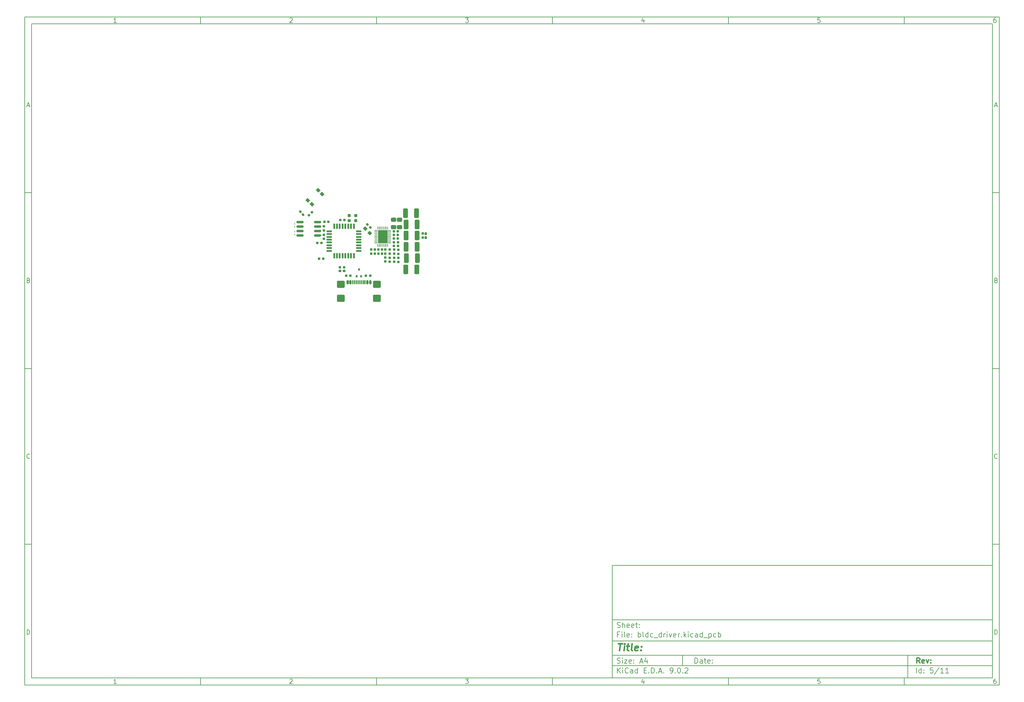
<source format=gbr>
%TF.GenerationSoftware,KiCad,Pcbnew,9.0.2-9.0.2-0~ubuntu22.04.1*%
%TF.CreationDate,2025-07-02T18:49:19+10:00*%
%TF.ProjectId,bldc_driver,626c6463-5f64-4726-9976-65722e6b6963,rev?*%
%TF.SameCoordinates,Original*%
%TF.FileFunction,Paste,Top*%
%TF.FilePolarity,Positive*%
%FSLAX46Y46*%
G04 Gerber Fmt 4.6, Leading zero omitted, Abs format (unit mm)*
G04 Created by KiCad (PCBNEW 9.0.2-9.0.2-0~ubuntu22.04.1) date 2025-07-02 18:49:19*
%MOMM*%
%LPD*%
G01*
G04 APERTURE LIST*
G04 Aperture macros list*
%AMRoundRect*
0 Rectangle with rounded corners*
0 $1 Rounding radius*
0 $2 $3 $4 $5 $6 $7 $8 $9 X,Y pos of 4 corners*
0 Add a 4 corners polygon primitive as box body*
4,1,4,$2,$3,$4,$5,$6,$7,$8,$9,$2,$3,0*
0 Add four circle primitives for the rounded corners*
1,1,$1+$1,$2,$3*
1,1,$1+$1,$4,$5*
1,1,$1+$1,$6,$7*
1,1,$1+$1,$8,$9*
0 Add four rect primitives between the rounded corners*
20,1,$1+$1,$2,$3,$4,$5,0*
20,1,$1+$1,$4,$5,$6,$7,0*
20,1,$1+$1,$6,$7,$8,$9,0*
20,1,$1+$1,$8,$9,$2,$3,0*%
%AMRotRect*
0 Rectangle, with rotation*
0 The origin of the aperture is its center*
0 $1 length*
0 $2 width*
0 $3 Rotation angle, in degrees counterclockwise*
0 Add horizontal line*
21,1,$1,$2,0,0,$3*%
G04 Aperture macros list end*
%ADD10C,0.100000*%
%ADD11C,0.150000*%
%ADD12C,0.300000*%
%ADD13C,0.400000*%
%ADD14C,0.000000*%
%ADD15RotRect,0.900000X1.000000X45.000000*%
%ADD16RoundRect,0.160000X-0.197500X-0.160000X0.197500X-0.160000X0.197500X0.160000X-0.197500X0.160000X0*%
%ADD17RoundRect,0.160000X0.160000X-0.197500X0.160000X0.197500X-0.160000X0.197500X-0.160000X-0.197500X0*%
%ADD18RoundRect,0.250000X0.475000X-0.337500X0.475000X0.337500X-0.475000X0.337500X-0.475000X-0.337500X0*%
%ADD19RoundRect,0.155000X-0.155000X0.212500X-0.155000X-0.212500X0.155000X-0.212500X0.155000X0.212500X0*%
%ADD20RoundRect,0.250000X0.412500X1.100000X-0.412500X1.100000X-0.412500X-1.100000X0.412500X-1.100000X0*%
%ADD21RoundRect,0.155000X-0.212500X-0.155000X0.212500X-0.155000X0.212500X0.155000X-0.212500X0.155000X0*%
%ADD22RoundRect,0.125000X-0.125000X0.625000X-0.125000X-0.625000X0.125000X-0.625000X0.125000X0.625000X0*%
%ADD23RoundRect,0.125000X-0.625000X0.125000X-0.625000X-0.125000X0.625000X-0.125000X0.625000X0.125000X0*%
%ADD24RoundRect,0.150000X-0.150000X-0.425000X0.150000X-0.425000X0.150000X0.425000X-0.150000X0.425000X0*%
%ADD25RoundRect,0.075000X-0.075000X-0.500000X0.075000X-0.500000X0.075000X0.500000X-0.075000X0.500000X0*%
%ADD26RoundRect,0.250000X-0.840000X-0.750000X0.840000X-0.750000X0.840000X0.750000X-0.840000X0.750000X0*%
%ADD27RoundRect,0.160000X-0.160000X0.197500X-0.160000X-0.197500X0.160000X-0.197500X0.160000X0.197500X0*%
%ADD28RoundRect,0.237500X-0.380070X0.044194X0.044194X-0.380070X0.380070X-0.044194X-0.044194X0.380070X0*%
%ADD29RoundRect,0.160000X0.222500X0.160000X-0.222500X0.160000X-0.222500X-0.160000X0.222500X-0.160000X0*%
%ADD30RoundRect,0.160000X0.197500X0.160000X-0.197500X0.160000X-0.197500X-0.160000X0.197500X-0.160000X0*%
%ADD31RoundRect,0.155000X0.212500X0.155000X-0.212500X0.155000X-0.212500X-0.155000X0.212500X-0.155000X0*%
%ADD32RoundRect,0.160000X-0.160000X0.222500X-0.160000X-0.222500X0.160000X-0.222500X0.160000X0.222500X0*%
%ADD33RoundRect,0.160000X0.026517X0.252791X-0.252791X-0.026517X-0.026517X-0.252791X0.252791X0.026517X0*%
%ADD34RoundRect,0.155000X0.259862X-0.040659X-0.040659X0.259862X-0.259862X0.040659X0.040659X-0.259862X0*%
%ADD35RoundRect,0.062500X0.062500X-0.117500X0.062500X0.117500X-0.062500X0.117500X-0.062500X-0.117500X0*%
%ADD36RoundRect,0.155000X0.155000X-0.212500X0.155000X0.212500X-0.155000X0.212500X-0.155000X-0.212500X0*%
%ADD37RoundRect,0.250000X-0.412500X-1.100000X0.412500X-1.100000X0.412500X1.100000X-0.412500X1.100000X0*%
%ADD38RoundRect,0.112500X-0.112500X-0.237500X0.112500X-0.237500X0.112500X0.237500X-0.112500X0.237500X0*%
%ADD39R,0.812800X0.203200*%
%ADD40R,0.203200X0.812800*%
%ADD41R,2.794000X3.810000*%
%ADD42RoundRect,0.250000X-0.475000X0.337500X-0.475000X-0.337500X0.475000X-0.337500X0.475000X0.337500X0*%
%ADD43RoundRect,0.200000X-0.250000X0.200000X-0.250000X-0.200000X0.250000X-0.200000X0.250000X0.200000X0*%
%ADD44RoundRect,0.062500X-0.062500X0.117500X-0.062500X-0.117500X0.062500X-0.117500X0.062500X0.117500X0*%
%ADD45RoundRect,0.150000X0.825000X0.150000X-0.825000X0.150000X-0.825000X-0.150000X0.825000X-0.150000X0*%
G04 APERTURE END LIST*
D10*
D11*
X177002200Y-166007200D02*
X285002200Y-166007200D01*
X285002200Y-198007200D01*
X177002200Y-198007200D01*
X177002200Y-166007200D01*
D10*
D11*
X10000000Y-10000000D02*
X287002200Y-10000000D01*
X287002200Y-200007200D01*
X10000000Y-200007200D01*
X10000000Y-10000000D01*
D10*
D11*
X12000000Y-12000000D02*
X285002200Y-12000000D01*
X285002200Y-198007200D01*
X12000000Y-198007200D01*
X12000000Y-12000000D01*
D10*
D11*
X60000000Y-12000000D02*
X60000000Y-10000000D01*
D10*
D11*
X110000000Y-12000000D02*
X110000000Y-10000000D01*
D10*
D11*
X160000000Y-12000000D02*
X160000000Y-10000000D01*
D10*
D11*
X210000000Y-12000000D02*
X210000000Y-10000000D01*
D10*
D11*
X260000000Y-12000000D02*
X260000000Y-10000000D01*
D10*
D11*
X36089160Y-11593604D02*
X35346303Y-11593604D01*
X35717731Y-11593604D02*
X35717731Y-10293604D01*
X35717731Y-10293604D02*
X35593922Y-10479319D01*
X35593922Y-10479319D02*
X35470112Y-10603128D01*
X35470112Y-10603128D02*
X35346303Y-10665033D01*
D10*
D11*
X85346303Y-10417414D02*
X85408207Y-10355509D01*
X85408207Y-10355509D02*
X85532017Y-10293604D01*
X85532017Y-10293604D02*
X85841541Y-10293604D01*
X85841541Y-10293604D02*
X85965350Y-10355509D01*
X85965350Y-10355509D02*
X86027255Y-10417414D01*
X86027255Y-10417414D02*
X86089160Y-10541223D01*
X86089160Y-10541223D02*
X86089160Y-10665033D01*
X86089160Y-10665033D02*
X86027255Y-10850747D01*
X86027255Y-10850747D02*
X85284398Y-11593604D01*
X85284398Y-11593604D02*
X86089160Y-11593604D01*
D10*
D11*
X135284398Y-10293604D02*
X136089160Y-10293604D01*
X136089160Y-10293604D02*
X135655826Y-10788842D01*
X135655826Y-10788842D02*
X135841541Y-10788842D01*
X135841541Y-10788842D02*
X135965350Y-10850747D01*
X135965350Y-10850747D02*
X136027255Y-10912652D01*
X136027255Y-10912652D02*
X136089160Y-11036461D01*
X136089160Y-11036461D02*
X136089160Y-11345985D01*
X136089160Y-11345985D02*
X136027255Y-11469795D01*
X136027255Y-11469795D02*
X135965350Y-11531700D01*
X135965350Y-11531700D02*
X135841541Y-11593604D01*
X135841541Y-11593604D02*
X135470112Y-11593604D01*
X135470112Y-11593604D02*
X135346303Y-11531700D01*
X135346303Y-11531700D02*
X135284398Y-11469795D01*
D10*
D11*
X185965350Y-10726938D02*
X185965350Y-11593604D01*
X185655826Y-10231700D02*
X185346303Y-11160271D01*
X185346303Y-11160271D02*
X186151064Y-11160271D01*
D10*
D11*
X236027255Y-10293604D02*
X235408207Y-10293604D01*
X235408207Y-10293604D02*
X235346303Y-10912652D01*
X235346303Y-10912652D02*
X235408207Y-10850747D01*
X235408207Y-10850747D02*
X235532017Y-10788842D01*
X235532017Y-10788842D02*
X235841541Y-10788842D01*
X235841541Y-10788842D02*
X235965350Y-10850747D01*
X235965350Y-10850747D02*
X236027255Y-10912652D01*
X236027255Y-10912652D02*
X236089160Y-11036461D01*
X236089160Y-11036461D02*
X236089160Y-11345985D01*
X236089160Y-11345985D02*
X236027255Y-11469795D01*
X236027255Y-11469795D02*
X235965350Y-11531700D01*
X235965350Y-11531700D02*
X235841541Y-11593604D01*
X235841541Y-11593604D02*
X235532017Y-11593604D01*
X235532017Y-11593604D02*
X235408207Y-11531700D01*
X235408207Y-11531700D02*
X235346303Y-11469795D01*
D10*
D11*
X285965350Y-10293604D02*
X285717731Y-10293604D01*
X285717731Y-10293604D02*
X285593922Y-10355509D01*
X285593922Y-10355509D02*
X285532017Y-10417414D01*
X285532017Y-10417414D02*
X285408207Y-10603128D01*
X285408207Y-10603128D02*
X285346303Y-10850747D01*
X285346303Y-10850747D02*
X285346303Y-11345985D01*
X285346303Y-11345985D02*
X285408207Y-11469795D01*
X285408207Y-11469795D02*
X285470112Y-11531700D01*
X285470112Y-11531700D02*
X285593922Y-11593604D01*
X285593922Y-11593604D02*
X285841541Y-11593604D01*
X285841541Y-11593604D02*
X285965350Y-11531700D01*
X285965350Y-11531700D02*
X286027255Y-11469795D01*
X286027255Y-11469795D02*
X286089160Y-11345985D01*
X286089160Y-11345985D02*
X286089160Y-11036461D01*
X286089160Y-11036461D02*
X286027255Y-10912652D01*
X286027255Y-10912652D02*
X285965350Y-10850747D01*
X285965350Y-10850747D02*
X285841541Y-10788842D01*
X285841541Y-10788842D02*
X285593922Y-10788842D01*
X285593922Y-10788842D02*
X285470112Y-10850747D01*
X285470112Y-10850747D02*
X285408207Y-10912652D01*
X285408207Y-10912652D02*
X285346303Y-11036461D01*
D10*
D11*
X60000000Y-198007200D02*
X60000000Y-200007200D01*
D10*
D11*
X110000000Y-198007200D02*
X110000000Y-200007200D01*
D10*
D11*
X160000000Y-198007200D02*
X160000000Y-200007200D01*
D10*
D11*
X210000000Y-198007200D02*
X210000000Y-200007200D01*
D10*
D11*
X260000000Y-198007200D02*
X260000000Y-200007200D01*
D10*
D11*
X36089160Y-199600804D02*
X35346303Y-199600804D01*
X35717731Y-199600804D02*
X35717731Y-198300804D01*
X35717731Y-198300804D02*
X35593922Y-198486519D01*
X35593922Y-198486519D02*
X35470112Y-198610328D01*
X35470112Y-198610328D02*
X35346303Y-198672233D01*
D10*
D11*
X85346303Y-198424614D02*
X85408207Y-198362709D01*
X85408207Y-198362709D02*
X85532017Y-198300804D01*
X85532017Y-198300804D02*
X85841541Y-198300804D01*
X85841541Y-198300804D02*
X85965350Y-198362709D01*
X85965350Y-198362709D02*
X86027255Y-198424614D01*
X86027255Y-198424614D02*
X86089160Y-198548423D01*
X86089160Y-198548423D02*
X86089160Y-198672233D01*
X86089160Y-198672233D02*
X86027255Y-198857947D01*
X86027255Y-198857947D02*
X85284398Y-199600804D01*
X85284398Y-199600804D02*
X86089160Y-199600804D01*
D10*
D11*
X135284398Y-198300804D02*
X136089160Y-198300804D01*
X136089160Y-198300804D02*
X135655826Y-198796042D01*
X135655826Y-198796042D02*
X135841541Y-198796042D01*
X135841541Y-198796042D02*
X135965350Y-198857947D01*
X135965350Y-198857947D02*
X136027255Y-198919852D01*
X136027255Y-198919852D02*
X136089160Y-199043661D01*
X136089160Y-199043661D02*
X136089160Y-199353185D01*
X136089160Y-199353185D02*
X136027255Y-199476995D01*
X136027255Y-199476995D02*
X135965350Y-199538900D01*
X135965350Y-199538900D02*
X135841541Y-199600804D01*
X135841541Y-199600804D02*
X135470112Y-199600804D01*
X135470112Y-199600804D02*
X135346303Y-199538900D01*
X135346303Y-199538900D02*
X135284398Y-199476995D01*
D10*
D11*
X185965350Y-198734138D02*
X185965350Y-199600804D01*
X185655826Y-198238900D02*
X185346303Y-199167471D01*
X185346303Y-199167471D02*
X186151064Y-199167471D01*
D10*
D11*
X236027255Y-198300804D02*
X235408207Y-198300804D01*
X235408207Y-198300804D02*
X235346303Y-198919852D01*
X235346303Y-198919852D02*
X235408207Y-198857947D01*
X235408207Y-198857947D02*
X235532017Y-198796042D01*
X235532017Y-198796042D02*
X235841541Y-198796042D01*
X235841541Y-198796042D02*
X235965350Y-198857947D01*
X235965350Y-198857947D02*
X236027255Y-198919852D01*
X236027255Y-198919852D02*
X236089160Y-199043661D01*
X236089160Y-199043661D02*
X236089160Y-199353185D01*
X236089160Y-199353185D02*
X236027255Y-199476995D01*
X236027255Y-199476995D02*
X235965350Y-199538900D01*
X235965350Y-199538900D02*
X235841541Y-199600804D01*
X235841541Y-199600804D02*
X235532017Y-199600804D01*
X235532017Y-199600804D02*
X235408207Y-199538900D01*
X235408207Y-199538900D02*
X235346303Y-199476995D01*
D10*
D11*
X285965350Y-198300804D02*
X285717731Y-198300804D01*
X285717731Y-198300804D02*
X285593922Y-198362709D01*
X285593922Y-198362709D02*
X285532017Y-198424614D01*
X285532017Y-198424614D02*
X285408207Y-198610328D01*
X285408207Y-198610328D02*
X285346303Y-198857947D01*
X285346303Y-198857947D02*
X285346303Y-199353185D01*
X285346303Y-199353185D02*
X285408207Y-199476995D01*
X285408207Y-199476995D02*
X285470112Y-199538900D01*
X285470112Y-199538900D02*
X285593922Y-199600804D01*
X285593922Y-199600804D02*
X285841541Y-199600804D01*
X285841541Y-199600804D02*
X285965350Y-199538900D01*
X285965350Y-199538900D02*
X286027255Y-199476995D01*
X286027255Y-199476995D02*
X286089160Y-199353185D01*
X286089160Y-199353185D02*
X286089160Y-199043661D01*
X286089160Y-199043661D02*
X286027255Y-198919852D01*
X286027255Y-198919852D02*
X285965350Y-198857947D01*
X285965350Y-198857947D02*
X285841541Y-198796042D01*
X285841541Y-198796042D02*
X285593922Y-198796042D01*
X285593922Y-198796042D02*
X285470112Y-198857947D01*
X285470112Y-198857947D02*
X285408207Y-198919852D01*
X285408207Y-198919852D02*
X285346303Y-199043661D01*
D10*
D11*
X10000000Y-60000000D02*
X12000000Y-60000000D01*
D10*
D11*
X10000000Y-110000000D02*
X12000000Y-110000000D01*
D10*
D11*
X10000000Y-160000000D02*
X12000000Y-160000000D01*
D10*
D11*
X10690476Y-35222176D02*
X11309523Y-35222176D01*
X10566666Y-35593604D02*
X10999999Y-34293604D01*
X10999999Y-34293604D02*
X11433333Y-35593604D01*
D10*
D11*
X11092857Y-84912652D02*
X11278571Y-84974557D01*
X11278571Y-84974557D02*
X11340476Y-85036461D01*
X11340476Y-85036461D02*
X11402380Y-85160271D01*
X11402380Y-85160271D02*
X11402380Y-85345985D01*
X11402380Y-85345985D02*
X11340476Y-85469795D01*
X11340476Y-85469795D02*
X11278571Y-85531700D01*
X11278571Y-85531700D02*
X11154761Y-85593604D01*
X11154761Y-85593604D02*
X10659523Y-85593604D01*
X10659523Y-85593604D02*
X10659523Y-84293604D01*
X10659523Y-84293604D02*
X11092857Y-84293604D01*
X11092857Y-84293604D02*
X11216666Y-84355509D01*
X11216666Y-84355509D02*
X11278571Y-84417414D01*
X11278571Y-84417414D02*
X11340476Y-84541223D01*
X11340476Y-84541223D02*
X11340476Y-84665033D01*
X11340476Y-84665033D02*
X11278571Y-84788842D01*
X11278571Y-84788842D02*
X11216666Y-84850747D01*
X11216666Y-84850747D02*
X11092857Y-84912652D01*
X11092857Y-84912652D02*
X10659523Y-84912652D01*
D10*
D11*
X11402380Y-135469795D02*
X11340476Y-135531700D01*
X11340476Y-135531700D02*
X11154761Y-135593604D01*
X11154761Y-135593604D02*
X11030952Y-135593604D01*
X11030952Y-135593604D02*
X10845238Y-135531700D01*
X10845238Y-135531700D02*
X10721428Y-135407890D01*
X10721428Y-135407890D02*
X10659523Y-135284080D01*
X10659523Y-135284080D02*
X10597619Y-135036461D01*
X10597619Y-135036461D02*
X10597619Y-134850747D01*
X10597619Y-134850747D02*
X10659523Y-134603128D01*
X10659523Y-134603128D02*
X10721428Y-134479319D01*
X10721428Y-134479319D02*
X10845238Y-134355509D01*
X10845238Y-134355509D02*
X11030952Y-134293604D01*
X11030952Y-134293604D02*
X11154761Y-134293604D01*
X11154761Y-134293604D02*
X11340476Y-134355509D01*
X11340476Y-134355509D02*
X11402380Y-134417414D01*
D10*
D11*
X10659523Y-185593604D02*
X10659523Y-184293604D01*
X10659523Y-184293604D02*
X10969047Y-184293604D01*
X10969047Y-184293604D02*
X11154761Y-184355509D01*
X11154761Y-184355509D02*
X11278571Y-184479319D01*
X11278571Y-184479319D02*
X11340476Y-184603128D01*
X11340476Y-184603128D02*
X11402380Y-184850747D01*
X11402380Y-184850747D02*
X11402380Y-185036461D01*
X11402380Y-185036461D02*
X11340476Y-185284080D01*
X11340476Y-185284080D02*
X11278571Y-185407890D01*
X11278571Y-185407890D02*
X11154761Y-185531700D01*
X11154761Y-185531700D02*
X10969047Y-185593604D01*
X10969047Y-185593604D02*
X10659523Y-185593604D01*
D10*
D11*
X287002200Y-60000000D02*
X285002200Y-60000000D01*
D10*
D11*
X287002200Y-110000000D02*
X285002200Y-110000000D01*
D10*
D11*
X287002200Y-160000000D02*
X285002200Y-160000000D01*
D10*
D11*
X285692676Y-35222176D02*
X286311723Y-35222176D01*
X285568866Y-35593604D02*
X286002199Y-34293604D01*
X286002199Y-34293604D02*
X286435533Y-35593604D01*
D10*
D11*
X286095057Y-84912652D02*
X286280771Y-84974557D01*
X286280771Y-84974557D02*
X286342676Y-85036461D01*
X286342676Y-85036461D02*
X286404580Y-85160271D01*
X286404580Y-85160271D02*
X286404580Y-85345985D01*
X286404580Y-85345985D02*
X286342676Y-85469795D01*
X286342676Y-85469795D02*
X286280771Y-85531700D01*
X286280771Y-85531700D02*
X286156961Y-85593604D01*
X286156961Y-85593604D02*
X285661723Y-85593604D01*
X285661723Y-85593604D02*
X285661723Y-84293604D01*
X285661723Y-84293604D02*
X286095057Y-84293604D01*
X286095057Y-84293604D02*
X286218866Y-84355509D01*
X286218866Y-84355509D02*
X286280771Y-84417414D01*
X286280771Y-84417414D02*
X286342676Y-84541223D01*
X286342676Y-84541223D02*
X286342676Y-84665033D01*
X286342676Y-84665033D02*
X286280771Y-84788842D01*
X286280771Y-84788842D02*
X286218866Y-84850747D01*
X286218866Y-84850747D02*
X286095057Y-84912652D01*
X286095057Y-84912652D02*
X285661723Y-84912652D01*
D10*
D11*
X286404580Y-135469795D02*
X286342676Y-135531700D01*
X286342676Y-135531700D02*
X286156961Y-135593604D01*
X286156961Y-135593604D02*
X286033152Y-135593604D01*
X286033152Y-135593604D02*
X285847438Y-135531700D01*
X285847438Y-135531700D02*
X285723628Y-135407890D01*
X285723628Y-135407890D02*
X285661723Y-135284080D01*
X285661723Y-135284080D02*
X285599819Y-135036461D01*
X285599819Y-135036461D02*
X285599819Y-134850747D01*
X285599819Y-134850747D02*
X285661723Y-134603128D01*
X285661723Y-134603128D02*
X285723628Y-134479319D01*
X285723628Y-134479319D02*
X285847438Y-134355509D01*
X285847438Y-134355509D02*
X286033152Y-134293604D01*
X286033152Y-134293604D02*
X286156961Y-134293604D01*
X286156961Y-134293604D02*
X286342676Y-134355509D01*
X286342676Y-134355509D02*
X286404580Y-134417414D01*
D10*
D11*
X285661723Y-185593604D02*
X285661723Y-184293604D01*
X285661723Y-184293604D02*
X285971247Y-184293604D01*
X285971247Y-184293604D02*
X286156961Y-184355509D01*
X286156961Y-184355509D02*
X286280771Y-184479319D01*
X286280771Y-184479319D02*
X286342676Y-184603128D01*
X286342676Y-184603128D02*
X286404580Y-184850747D01*
X286404580Y-184850747D02*
X286404580Y-185036461D01*
X286404580Y-185036461D02*
X286342676Y-185284080D01*
X286342676Y-185284080D02*
X286280771Y-185407890D01*
X286280771Y-185407890D02*
X286156961Y-185531700D01*
X286156961Y-185531700D02*
X285971247Y-185593604D01*
X285971247Y-185593604D02*
X285661723Y-185593604D01*
D10*
D11*
X200458026Y-193793328D02*
X200458026Y-192293328D01*
X200458026Y-192293328D02*
X200815169Y-192293328D01*
X200815169Y-192293328D02*
X201029455Y-192364757D01*
X201029455Y-192364757D02*
X201172312Y-192507614D01*
X201172312Y-192507614D02*
X201243741Y-192650471D01*
X201243741Y-192650471D02*
X201315169Y-192936185D01*
X201315169Y-192936185D02*
X201315169Y-193150471D01*
X201315169Y-193150471D02*
X201243741Y-193436185D01*
X201243741Y-193436185D02*
X201172312Y-193579042D01*
X201172312Y-193579042D02*
X201029455Y-193721900D01*
X201029455Y-193721900D02*
X200815169Y-193793328D01*
X200815169Y-193793328D02*
X200458026Y-193793328D01*
X202600884Y-193793328D02*
X202600884Y-193007614D01*
X202600884Y-193007614D02*
X202529455Y-192864757D01*
X202529455Y-192864757D02*
X202386598Y-192793328D01*
X202386598Y-192793328D02*
X202100884Y-192793328D01*
X202100884Y-192793328D02*
X201958026Y-192864757D01*
X202600884Y-193721900D02*
X202458026Y-193793328D01*
X202458026Y-193793328D02*
X202100884Y-193793328D01*
X202100884Y-193793328D02*
X201958026Y-193721900D01*
X201958026Y-193721900D02*
X201886598Y-193579042D01*
X201886598Y-193579042D02*
X201886598Y-193436185D01*
X201886598Y-193436185D02*
X201958026Y-193293328D01*
X201958026Y-193293328D02*
X202100884Y-193221900D01*
X202100884Y-193221900D02*
X202458026Y-193221900D01*
X202458026Y-193221900D02*
X202600884Y-193150471D01*
X203100884Y-192793328D02*
X203672312Y-192793328D01*
X203315169Y-192293328D02*
X203315169Y-193579042D01*
X203315169Y-193579042D02*
X203386598Y-193721900D01*
X203386598Y-193721900D02*
X203529455Y-193793328D01*
X203529455Y-193793328D02*
X203672312Y-193793328D01*
X204743741Y-193721900D02*
X204600884Y-193793328D01*
X204600884Y-193793328D02*
X204315170Y-193793328D01*
X204315170Y-193793328D02*
X204172312Y-193721900D01*
X204172312Y-193721900D02*
X204100884Y-193579042D01*
X204100884Y-193579042D02*
X204100884Y-193007614D01*
X204100884Y-193007614D02*
X204172312Y-192864757D01*
X204172312Y-192864757D02*
X204315170Y-192793328D01*
X204315170Y-192793328D02*
X204600884Y-192793328D01*
X204600884Y-192793328D02*
X204743741Y-192864757D01*
X204743741Y-192864757D02*
X204815170Y-193007614D01*
X204815170Y-193007614D02*
X204815170Y-193150471D01*
X204815170Y-193150471D02*
X204100884Y-193293328D01*
X205458026Y-193650471D02*
X205529455Y-193721900D01*
X205529455Y-193721900D02*
X205458026Y-193793328D01*
X205458026Y-193793328D02*
X205386598Y-193721900D01*
X205386598Y-193721900D02*
X205458026Y-193650471D01*
X205458026Y-193650471D02*
X205458026Y-193793328D01*
X205458026Y-192864757D02*
X205529455Y-192936185D01*
X205529455Y-192936185D02*
X205458026Y-193007614D01*
X205458026Y-193007614D02*
X205386598Y-192936185D01*
X205386598Y-192936185D02*
X205458026Y-192864757D01*
X205458026Y-192864757D02*
X205458026Y-193007614D01*
D10*
D11*
X177002200Y-194507200D02*
X285002200Y-194507200D01*
D10*
D11*
X178458026Y-196593328D02*
X178458026Y-195093328D01*
X179315169Y-196593328D02*
X178672312Y-195736185D01*
X179315169Y-195093328D02*
X178458026Y-195950471D01*
X179958026Y-196593328D02*
X179958026Y-195593328D01*
X179958026Y-195093328D02*
X179886598Y-195164757D01*
X179886598Y-195164757D02*
X179958026Y-195236185D01*
X179958026Y-195236185D02*
X180029455Y-195164757D01*
X180029455Y-195164757D02*
X179958026Y-195093328D01*
X179958026Y-195093328D02*
X179958026Y-195236185D01*
X181529455Y-196450471D02*
X181458027Y-196521900D01*
X181458027Y-196521900D02*
X181243741Y-196593328D01*
X181243741Y-196593328D02*
X181100884Y-196593328D01*
X181100884Y-196593328D02*
X180886598Y-196521900D01*
X180886598Y-196521900D02*
X180743741Y-196379042D01*
X180743741Y-196379042D02*
X180672312Y-196236185D01*
X180672312Y-196236185D02*
X180600884Y-195950471D01*
X180600884Y-195950471D02*
X180600884Y-195736185D01*
X180600884Y-195736185D02*
X180672312Y-195450471D01*
X180672312Y-195450471D02*
X180743741Y-195307614D01*
X180743741Y-195307614D02*
X180886598Y-195164757D01*
X180886598Y-195164757D02*
X181100884Y-195093328D01*
X181100884Y-195093328D02*
X181243741Y-195093328D01*
X181243741Y-195093328D02*
X181458027Y-195164757D01*
X181458027Y-195164757D02*
X181529455Y-195236185D01*
X182815170Y-196593328D02*
X182815170Y-195807614D01*
X182815170Y-195807614D02*
X182743741Y-195664757D01*
X182743741Y-195664757D02*
X182600884Y-195593328D01*
X182600884Y-195593328D02*
X182315170Y-195593328D01*
X182315170Y-195593328D02*
X182172312Y-195664757D01*
X182815170Y-196521900D02*
X182672312Y-196593328D01*
X182672312Y-196593328D02*
X182315170Y-196593328D01*
X182315170Y-196593328D02*
X182172312Y-196521900D01*
X182172312Y-196521900D02*
X182100884Y-196379042D01*
X182100884Y-196379042D02*
X182100884Y-196236185D01*
X182100884Y-196236185D02*
X182172312Y-196093328D01*
X182172312Y-196093328D02*
X182315170Y-196021900D01*
X182315170Y-196021900D02*
X182672312Y-196021900D01*
X182672312Y-196021900D02*
X182815170Y-195950471D01*
X184172313Y-196593328D02*
X184172313Y-195093328D01*
X184172313Y-196521900D02*
X184029455Y-196593328D01*
X184029455Y-196593328D02*
X183743741Y-196593328D01*
X183743741Y-196593328D02*
X183600884Y-196521900D01*
X183600884Y-196521900D02*
X183529455Y-196450471D01*
X183529455Y-196450471D02*
X183458027Y-196307614D01*
X183458027Y-196307614D02*
X183458027Y-195879042D01*
X183458027Y-195879042D02*
X183529455Y-195736185D01*
X183529455Y-195736185D02*
X183600884Y-195664757D01*
X183600884Y-195664757D02*
X183743741Y-195593328D01*
X183743741Y-195593328D02*
X184029455Y-195593328D01*
X184029455Y-195593328D02*
X184172313Y-195664757D01*
X186029455Y-195807614D02*
X186529455Y-195807614D01*
X186743741Y-196593328D02*
X186029455Y-196593328D01*
X186029455Y-196593328D02*
X186029455Y-195093328D01*
X186029455Y-195093328D02*
X186743741Y-195093328D01*
X187386598Y-196450471D02*
X187458027Y-196521900D01*
X187458027Y-196521900D02*
X187386598Y-196593328D01*
X187386598Y-196593328D02*
X187315170Y-196521900D01*
X187315170Y-196521900D02*
X187386598Y-196450471D01*
X187386598Y-196450471D02*
X187386598Y-196593328D01*
X188100884Y-196593328D02*
X188100884Y-195093328D01*
X188100884Y-195093328D02*
X188458027Y-195093328D01*
X188458027Y-195093328D02*
X188672313Y-195164757D01*
X188672313Y-195164757D02*
X188815170Y-195307614D01*
X188815170Y-195307614D02*
X188886599Y-195450471D01*
X188886599Y-195450471D02*
X188958027Y-195736185D01*
X188958027Y-195736185D02*
X188958027Y-195950471D01*
X188958027Y-195950471D02*
X188886599Y-196236185D01*
X188886599Y-196236185D02*
X188815170Y-196379042D01*
X188815170Y-196379042D02*
X188672313Y-196521900D01*
X188672313Y-196521900D02*
X188458027Y-196593328D01*
X188458027Y-196593328D02*
X188100884Y-196593328D01*
X189600884Y-196450471D02*
X189672313Y-196521900D01*
X189672313Y-196521900D02*
X189600884Y-196593328D01*
X189600884Y-196593328D02*
X189529456Y-196521900D01*
X189529456Y-196521900D02*
X189600884Y-196450471D01*
X189600884Y-196450471D02*
X189600884Y-196593328D01*
X190243742Y-196164757D02*
X190958028Y-196164757D01*
X190100885Y-196593328D02*
X190600885Y-195093328D01*
X190600885Y-195093328D02*
X191100885Y-196593328D01*
X191600884Y-196450471D02*
X191672313Y-196521900D01*
X191672313Y-196521900D02*
X191600884Y-196593328D01*
X191600884Y-196593328D02*
X191529456Y-196521900D01*
X191529456Y-196521900D02*
X191600884Y-196450471D01*
X191600884Y-196450471D02*
X191600884Y-196593328D01*
X193529456Y-196593328D02*
X193815170Y-196593328D01*
X193815170Y-196593328D02*
X193958027Y-196521900D01*
X193958027Y-196521900D02*
X194029456Y-196450471D01*
X194029456Y-196450471D02*
X194172313Y-196236185D01*
X194172313Y-196236185D02*
X194243742Y-195950471D01*
X194243742Y-195950471D02*
X194243742Y-195379042D01*
X194243742Y-195379042D02*
X194172313Y-195236185D01*
X194172313Y-195236185D02*
X194100885Y-195164757D01*
X194100885Y-195164757D02*
X193958027Y-195093328D01*
X193958027Y-195093328D02*
X193672313Y-195093328D01*
X193672313Y-195093328D02*
X193529456Y-195164757D01*
X193529456Y-195164757D02*
X193458027Y-195236185D01*
X193458027Y-195236185D02*
X193386599Y-195379042D01*
X193386599Y-195379042D02*
X193386599Y-195736185D01*
X193386599Y-195736185D02*
X193458027Y-195879042D01*
X193458027Y-195879042D02*
X193529456Y-195950471D01*
X193529456Y-195950471D02*
X193672313Y-196021900D01*
X193672313Y-196021900D02*
X193958027Y-196021900D01*
X193958027Y-196021900D02*
X194100885Y-195950471D01*
X194100885Y-195950471D02*
X194172313Y-195879042D01*
X194172313Y-195879042D02*
X194243742Y-195736185D01*
X194886598Y-196450471D02*
X194958027Y-196521900D01*
X194958027Y-196521900D02*
X194886598Y-196593328D01*
X194886598Y-196593328D02*
X194815170Y-196521900D01*
X194815170Y-196521900D02*
X194886598Y-196450471D01*
X194886598Y-196450471D02*
X194886598Y-196593328D01*
X195886599Y-195093328D02*
X196029456Y-195093328D01*
X196029456Y-195093328D02*
X196172313Y-195164757D01*
X196172313Y-195164757D02*
X196243742Y-195236185D01*
X196243742Y-195236185D02*
X196315170Y-195379042D01*
X196315170Y-195379042D02*
X196386599Y-195664757D01*
X196386599Y-195664757D02*
X196386599Y-196021900D01*
X196386599Y-196021900D02*
X196315170Y-196307614D01*
X196315170Y-196307614D02*
X196243742Y-196450471D01*
X196243742Y-196450471D02*
X196172313Y-196521900D01*
X196172313Y-196521900D02*
X196029456Y-196593328D01*
X196029456Y-196593328D02*
X195886599Y-196593328D01*
X195886599Y-196593328D02*
X195743742Y-196521900D01*
X195743742Y-196521900D02*
X195672313Y-196450471D01*
X195672313Y-196450471D02*
X195600884Y-196307614D01*
X195600884Y-196307614D02*
X195529456Y-196021900D01*
X195529456Y-196021900D02*
X195529456Y-195664757D01*
X195529456Y-195664757D02*
X195600884Y-195379042D01*
X195600884Y-195379042D02*
X195672313Y-195236185D01*
X195672313Y-195236185D02*
X195743742Y-195164757D01*
X195743742Y-195164757D02*
X195886599Y-195093328D01*
X197029455Y-196450471D02*
X197100884Y-196521900D01*
X197100884Y-196521900D02*
X197029455Y-196593328D01*
X197029455Y-196593328D02*
X196958027Y-196521900D01*
X196958027Y-196521900D02*
X197029455Y-196450471D01*
X197029455Y-196450471D02*
X197029455Y-196593328D01*
X197672313Y-195236185D02*
X197743741Y-195164757D01*
X197743741Y-195164757D02*
X197886599Y-195093328D01*
X197886599Y-195093328D02*
X198243741Y-195093328D01*
X198243741Y-195093328D02*
X198386599Y-195164757D01*
X198386599Y-195164757D02*
X198458027Y-195236185D01*
X198458027Y-195236185D02*
X198529456Y-195379042D01*
X198529456Y-195379042D02*
X198529456Y-195521900D01*
X198529456Y-195521900D02*
X198458027Y-195736185D01*
X198458027Y-195736185D02*
X197600884Y-196593328D01*
X197600884Y-196593328D02*
X198529456Y-196593328D01*
D10*
D11*
X177002200Y-191507200D02*
X285002200Y-191507200D01*
D10*
D12*
X264413853Y-193785528D02*
X263913853Y-193071242D01*
X263556710Y-193785528D02*
X263556710Y-192285528D01*
X263556710Y-192285528D02*
X264128139Y-192285528D01*
X264128139Y-192285528D02*
X264270996Y-192356957D01*
X264270996Y-192356957D02*
X264342425Y-192428385D01*
X264342425Y-192428385D02*
X264413853Y-192571242D01*
X264413853Y-192571242D02*
X264413853Y-192785528D01*
X264413853Y-192785528D02*
X264342425Y-192928385D01*
X264342425Y-192928385D02*
X264270996Y-192999814D01*
X264270996Y-192999814D02*
X264128139Y-193071242D01*
X264128139Y-193071242D02*
X263556710Y-193071242D01*
X265628139Y-193714100D02*
X265485282Y-193785528D01*
X265485282Y-193785528D02*
X265199568Y-193785528D01*
X265199568Y-193785528D02*
X265056710Y-193714100D01*
X265056710Y-193714100D02*
X264985282Y-193571242D01*
X264985282Y-193571242D02*
X264985282Y-192999814D01*
X264985282Y-192999814D02*
X265056710Y-192856957D01*
X265056710Y-192856957D02*
X265199568Y-192785528D01*
X265199568Y-192785528D02*
X265485282Y-192785528D01*
X265485282Y-192785528D02*
X265628139Y-192856957D01*
X265628139Y-192856957D02*
X265699568Y-192999814D01*
X265699568Y-192999814D02*
X265699568Y-193142671D01*
X265699568Y-193142671D02*
X264985282Y-193285528D01*
X266199567Y-192785528D02*
X266556710Y-193785528D01*
X266556710Y-193785528D02*
X266913853Y-192785528D01*
X267485281Y-193642671D02*
X267556710Y-193714100D01*
X267556710Y-193714100D02*
X267485281Y-193785528D01*
X267485281Y-193785528D02*
X267413853Y-193714100D01*
X267413853Y-193714100D02*
X267485281Y-193642671D01*
X267485281Y-193642671D02*
X267485281Y-193785528D01*
X267485281Y-192856957D02*
X267556710Y-192928385D01*
X267556710Y-192928385D02*
X267485281Y-192999814D01*
X267485281Y-192999814D02*
X267413853Y-192928385D01*
X267413853Y-192928385D02*
X267485281Y-192856957D01*
X267485281Y-192856957D02*
X267485281Y-192999814D01*
D10*
D11*
X178386598Y-193721900D02*
X178600884Y-193793328D01*
X178600884Y-193793328D02*
X178958026Y-193793328D01*
X178958026Y-193793328D02*
X179100884Y-193721900D01*
X179100884Y-193721900D02*
X179172312Y-193650471D01*
X179172312Y-193650471D02*
X179243741Y-193507614D01*
X179243741Y-193507614D02*
X179243741Y-193364757D01*
X179243741Y-193364757D02*
X179172312Y-193221900D01*
X179172312Y-193221900D02*
X179100884Y-193150471D01*
X179100884Y-193150471D02*
X178958026Y-193079042D01*
X178958026Y-193079042D02*
X178672312Y-193007614D01*
X178672312Y-193007614D02*
X178529455Y-192936185D01*
X178529455Y-192936185D02*
X178458026Y-192864757D01*
X178458026Y-192864757D02*
X178386598Y-192721900D01*
X178386598Y-192721900D02*
X178386598Y-192579042D01*
X178386598Y-192579042D02*
X178458026Y-192436185D01*
X178458026Y-192436185D02*
X178529455Y-192364757D01*
X178529455Y-192364757D02*
X178672312Y-192293328D01*
X178672312Y-192293328D02*
X179029455Y-192293328D01*
X179029455Y-192293328D02*
X179243741Y-192364757D01*
X179886597Y-193793328D02*
X179886597Y-192793328D01*
X179886597Y-192293328D02*
X179815169Y-192364757D01*
X179815169Y-192364757D02*
X179886597Y-192436185D01*
X179886597Y-192436185D02*
X179958026Y-192364757D01*
X179958026Y-192364757D02*
X179886597Y-192293328D01*
X179886597Y-192293328D02*
X179886597Y-192436185D01*
X180458026Y-192793328D02*
X181243741Y-192793328D01*
X181243741Y-192793328D02*
X180458026Y-193793328D01*
X180458026Y-193793328D02*
X181243741Y-193793328D01*
X182386598Y-193721900D02*
X182243741Y-193793328D01*
X182243741Y-193793328D02*
X181958027Y-193793328D01*
X181958027Y-193793328D02*
X181815169Y-193721900D01*
X181815169Y-193721900D02*
X181743741Y-193579042D01*
X181743741Y-193579042D02*
X181743741Y-193007614D01*
X181743741Y-193007614D02*
X181815169Y-192864757D01*
X181815169Y-192864757D02*
X181958027Y-192793328D01*
X181958027Y-192793328D02*
X182243741Y-192793328D01*
X182243741Y-192793328D02*
X182386598Y-192864757D01*
X182386598Y-192864757D02*
X182458027Y-193007614D01*
X182458027Y-193007614D02*
X182458027Y-193150471D01*
X182458027Y-193150471D02*
X181743741Y-193293328D01*
X183100883Y-193650471D02*
X183172312Y-193721900D01*
X183172312Y-193721900D02*
X183100883Y-193793328D01*
X183100883Y-193793328D02*
X183029455Y-193721900D01*
X183029455Y-193721900D02*
X183100883Y-193650471D01*
X183100883Y-193650471D02*
X183100883Y-193793328D01*
X183100883Y-192864757D02*
X183172312Y-192936185D01*
X183172312Y-192936185D02*
X183100883Y-193007614D01*
X183100883Y-193007614D02*
X183029455Y-192936185D01*
X183029455Y-192936185D02*
X183100883Y-192864757D01*
X183100883Y-192864757D02*
X183100883Y-193007614D01*
X184886598Y-193364757D02*
X185600884Y-193364757D01*
X184743741Y-193793328D02*
X185243741Y-192293328D01*
X185243741Y-192293328D02*
X185743741Y-193793328D01*
X186886598Y-192793328D02*
X186886598Y-193793328D01*
X186529455Y-192221900D02*
X186172312Y-193293328D01*
X186172312Y-193293328D02*
X187100883Y-193293328D01*
D10*
D11*
X263458026Y-196593328D02*
X263458026Y-195093328D01*
X264815170Y-196593328D02*
X264815170Y-195093328D01*
X264815170Y-196521900D02*
X264672312Y-196593328D01*
X264672312Y-196593328D02*
X264386598Y-196593328D01*
X264386598Y-196593328D02*
X264243741Y-196521900D01*
X264243741Y-196521900D02*
X264172312Y-196450471D01*
X264172312Y-196450471D02*
X264100884Y-196307614D01*
X264100884Y-196307614D02*
X264100884Y-195879042D01*
X264100884Y-195879042D02*
X264172312Y-195736185D01*
X264172312Y-195736185D02*
X264243741Y-195664757D01*
X264243741Y-195664757D02*
X264386598Y-195593328D01*
X264386598Y-195593328D02*
X264672312Y-195593328D01*
X264672312Y-195593328D02*
X264815170Y-195664757D01*
X265529455Y-196450471D02*
X265600884Y-196521900D01*
X265600884Y-196521900D02*
X265529455Y-196593328D01*
X265529455Y-196593328D02*
X265458027Y-196521900D01*
X265458027Y-196521900D02*
X265529455Y-196450471D01*
X265529455Y-196450471D02*
X265529455Y-196593328D01*
X265529455Y-195664757D02*
X265600884Y-195736185D01*
X265600884Y-195736185D02*
X265529455Y-195807614D01*
X265529455Y-195807614D02*
X265458027Y-195736185D01*
X265458027Y-195736185D02*
X265529455Y-195664757D01*
X265529455Y-195664757D02*
X265529455Y-195807614D01*
X268100884Y-195093328D02*
X267386598Y-195093328D01*
X267386598Y-195093328D02*
X267315170Y-195807614D01*
X267315170Y-195807614D02*
X267386598Y-195736185D01*
X267386598Y-195736185D02*
X267529456Y-195664757D01*
X267529456Y-195664757D02*
X267886598Y-195664757D01*
X267886598Y-195664757D02*
X268029456Y-195736185D01*
X268029456Y-195736185D02*
X268100884Y-195807614D01*
X268100884Y-195807614D02*
X268172313Y-195950471D01*
X268172313Y-195950471D02*
X268172313Y-196307614D01*
X268172313Y-196307614D02*
X268100884Y-196450471D01*
X268100884Y-196450471D02*
X268029456Y-196521900D01*
X268029456Y-196521900D02*
X267886598Y-196593328D01*
X267886598Y-196593328D02*
X267529456Y-196593328D01*
X267529456Y-196593328D02*
X267386598Y-196521900D01*
X267386598Y-196521900D02*
X267315170Y-196450471D01*
X269886598Y-195021900D02*
X268600884Y-196950471D01*
X271172313Y-196593328D02*
X270315170Y-196593328D01*
X270743741Y-196593328D02*
X270743741Y-195093328D01*
X270743741Y-195093328D02*
X270600884Y-195307614D01*
X270600884Y-195307614D02*
X270458027Y-195450471D01*
X270458027Y-195450471D02*
X270315170Y-195521900D01*
X272600884Y-196593328D02*
X271743741Y-196593328D01*
X272172312Y-196593328D02*
X272172312Y-195093328D01*
X272172312Y-195093328D02*
X272029455Y-195307614D01*
X272029455Y-195307614D02*
X271886598Y-195450471D01*
X271886598Y-195450471D02*
X271743741Y-195521900D01*
D10*
D11*
X177002200Y-187507200D02*
X285002200Y-187507200D01*
D10*
D13*
X178693928Y-188211638D02*
X179836785Y-188211638D01*
X179015357Y-190211638D02*
X179265357Y-188211638D01*
X180253452Y-190211638D02*
X180420119Y-188878304D01*
X180503452Y-188211638D02*
X180396309Y-188306876D01*
X180396309Y-188306876D02*
X180479643Y-188402114D01*
X180479643Y-188402114D02*
X180586786Y-188306876D01*
X180586786Y-188306876D02*
X180503452Y-188211638D01*
X180503452Y-188211638D02*
X180479643Y-188402114D01*
X181086786Y-188878304D02*
X181848690Y-188878304D01*
X181455833Y-188211638D02*
X181241548Y-189925923D01*
X181241548Y-189925923D02*
X181312976Y-190116400D01*
X181312976Y-190116400D02*
X181491548Y-190211638D01*
X181491548Y-190211638D02*
X181682024Y-190211638D01*
X182634405Y-190211638D02*
X182455833Y-190116400D01*
X182455833Y-190116400D02*
X182384405Y-189925923D01*
X182384405Y-189925923D02*
X182598690Y-188211638D01*
X184170119Y-190116400D02*
X183967738Y-190211638D01*
X183967738Y-190211638D02*
X183586785Y-190211638D01*
X183586785Y-190211638D02*
X183408214Y-190116400D01*
X183408214Y-190116400D02*
X183336785Y-189925923D01*
X183336785Y-189925923D02*
X183432024Y-189164019D01*
X183432024Y-189164019D02*
X183551071Y-188973542D01*
X183551071Y-188973542D02*
X183753452Y-188878304D01*
X183753452Y-188878304D02*
X184134404Y-188878304D01*
X184134404Y-188878304D02*
X184312976Y-188973542D01*
X184312976Y-188973542D02*
X184384404Y-189164019D01*
X184384404Y-189164019D02*
X184360595Y-189354495D01*
X184360595Y-189354495D02*
X183384404Y-189544971D01*
X185134405Y-190021161D02*
X185217738Y-190116400D01*
X185217738Y-190116400D02*
X185110595Y-190211638D01*
X185110595Y-190211638D02*
X185027262Y-190116400D01*
X185027262Y-190116400D02*
X185134405Y-190021161D01*
X185134405Y-190021161D02*
X185110595Y-190211638D01*
X185265357Y-188973542D02*
X185348690Y-189068780D01*
X185348690Y-189068780D02*
X185241548Y-189164019D01*
X185241548Y-189164019D02*
X185158214Y-189068780D01*
X185158214Y-189068780D02*
X185265357Y-188973542D01*
X185265357Y-188973542D02*
X185241548Y-189164019D01*
D10*
D11*
X178958026Y-185607614D02*
X178458026Y-185607614D01*
X178458026Y-186393328D02*
X178458026Y-184893328D01*
X178458026Y-184893328D02*
X179172312Y-184893328D01*
X179743740Y-186393328D02*
X179743740Y-185393328D01*
X179743740Y-184893328D02*
X179672312Y-184964757D01*
X179672312Y-184964757D02*
X179743740Y-185036185D01*
X179743740Y-185036185D02*
X179815169Y-184964757D01*
X179815169Y-184964757D02*
X179743740Y-184893328D01*
X179743740Y-184893328D02*
X179743740Y-185036185D01*
X180672312Y-186393328D02*
X180529455Y-186321900D01*
X180529455Y-186321900D02*
X180458026Y-186179042D01*
X180458026Y-186179042D02*
X180458026Y-184893328D01*
X181815169Y-186321900D02*
X181672312Y-186393328D01*
X181672312Y-186393328D02*
X181386598Y-186393328D01*
X181386598Y-186393328D02*
X181243740Y-186321900D01*
X181243740Y-186321900D02*
X181172312Y-186179042D01*
X181172312Y-186179042D02*
X181172312Y-185607614D01*
X181172312Y-185607614D02*
X181243740Y-185464757D01*
X181243740Y-185464757D02*
X181386598Y-185393328D01*
X181386598Y-185393328D02*
X181672312Y-185393328D01*
X181672312Y-185393328D02*
X181815169Y-185464757D01*
X181815169Y-185464757D02*
X181886598Y-185607614D01*
X181886598Y-185607614D02*
X181886598Y-185750471D01*
X181886598Y-185750471D02*
X181172312Y-185893328D01*
X182529454Y-186250471D02*
X182600883Y-186321900D01*
X182600883Y-186321900D02*
X182529454Y-186393328D01*
X182529454Y-186393328D02*
X182458026Y-186321900D01*
X182458026Y-186321900D02*
X182529454Y-186250471D01*
X182529454Y-186250471D02*
X182529454Y-186393328D01*
X182529454Y-185464757D02*
X182600883Y-185536185D01*
X182600883Y-185536185D02*
X182529454Y-185607614D01*
X182529454Y-185607614D02*
X182458026Y-185536185D01*
X182458026Y-185536185D02*
X182529454Y-185464757D01*
X182529454Y-185464757D02*
X182529454Y-185607614D01*
X184386597Y-186393328D02*
X184386597Y-184893328D01*
X184386597Y-185464757D02*
X184529455Y-185393328D01*
X184529455Y-185393328D02*
X184815169Y-185393328D01*
X184815169Y-185393328D02*
X184958026Y-185464757D01*
X184958026Y-185464757D02*
X185029455Y-185536185D01*
X185029455Y-185536185D02*
X185100883Y-185679042D01*
X185100883Y-185679042D02*
X185100883Y-186107614D01*
X185100883Y-186107614D02*
X185029455Y-186250471D01*
X185029455Y-186250471D02*
X184958026Y-186321900D01*
X184958026Y-186321900D02*
X184815169Y-186393328D01*
X184815169Y-186393328D02*
X184529455Y-186393328D01*
X184529455Y-186393328D02*
X184386597Y-186321900D01*
X185958026Y-186393328D02*
X185815169Y-186321900D01*
X185815169Y-186321900D02*
X185743740Y-186179042D01*
X185743740Y-186179042D02*
X185743740Y-184893328D01*
X187172312Y-186393328D02*
X187172312Y-184893328D01*
X187172312Y-186321900D02*
X187029454Y-186393328D01*
X187029454Y-186393328D02*
X186743740Y-186393328D01*
X186743740Y-186393328D02*
X186600883Y-186321900D01*
X186600883Y-186321900D02*
X186529454Y-186250471D01*
X186529454Y-186250471D02*
X186458026Y-186107614D01*
X186458026Y-186107614D02*
X186458026Y-185679042D01*
X186458026Y-185679042D02*
X186529454Y-185536185D01*
X186529454Y-185536185D02*
X186600883Y-185464757D01*
X186600883Y-185464757D02*
X186743740Y-185393328D01*
X186743740Y-185393328D02*
X187029454Y-185393328D01*
X187029454Y-185393328D02*
X187172312Y-185464757D01*
X188529455Y-186321900D02*
X188386597Y-186393328D01*
X188386597Y-186393328D02*
X188100883Y-186393328D01*
X188100883Y-186393328D02*
X187958026Y-186321900D01*
X187958026Y-186321900D02*
X187886597Y-186250471D01*
X187886597Y-186250471D02*
X187815169Y-186107614D01*
X187815169Y-186107614D02*
X187815169Y-185679042D01*
X187815169Y-185679042D02*
X187886597Y-185536185D01*
X187886597Y-185536185D02*
X187958026Y-185464757D01*
X187958026Y-185464757D02*
X188100883Y-185393328D01*
X188100883Y-185393328D02*
X188386597Y-185393328D01*
X188386597Y-185393328D02*
X188529455Y-185464757D01*
X188815169Y-186536185D02*
X189958026Y-186536185D01*
X190958026Y-186393328D02*
X190958026Y-184893328D01*
X190958026Y-186321900D02*
X190815168Y-186393328D01*
X190815168Y-186393328D02*
X190529454Y-186393328D01*
X190529454Y-186393328D02*
X190386597Y-186321900D01*
X190386597Y-186321900D02*
X190315168Y-186250471D01*
X190315168Y-186250471D02*
X190243740Y-186107614D01*
X190243740Y-186107614D02*
X190243740Y-185679042D01*
X190243740Y-185679042D02*
X190315168Y-185536185D01*
X190315168Y-185536185D02*
X190386597Y-185464757D01*
X190386597Y-185464757D02*
X190529454Y-185393328D01*
X190529454Y-185393328D02*
X190815168Y-185393328D01*
X190815168Y-185393328D02*
X190958026Y-185464757D01*
X191672311Y-186393328D02*
X191672311Y-185393328D01*
X191672311Y-185679042D02*
X191743740Y-185536185D01*
X191743740Y-185536185D02*
X191815169Y-185464757D01*
X191815169Y-185464757D02*
X191958026Y-185393328D01*
X191958026Y-185393328D02*
X192100883Y-185393328D01*
X192600882Y-186393328D02*
X192600882Y-185393328D01*
X192600882Y-184893328D02*
X192529454Y-184964757D01*
X192529454Y-184964757D02*
X192600882Y-185036185D01*
X192600882Y-185036185D02*
X192672311Y-184964757D01*
X192672311Y-184964757D02*
X192600882Y-184893328D01*
X192600882Y-184893328D02*
X192600882Y-185036185D01*
X193172311Y-185393328D02*
X193529454Y-186393328D01*
X193529454Y-186393328D02*
X193886597Y-185393328D01*
X195029454Y-186321900D02*
X194886597Y-186393328D01*
X194886597Y-186393328D02*
X194600883Y-186393328D01*
X194600883Y-186393328D02*
X194458025Y-186321900D01*
X194458025Y-186321900D02*
X194386597Y-186179042D01*
X194386597Y-186179042D02*
X194386597Y-185607614D01*
X194386597Y-185607614D02*
X194458025Y-185464757D01*
X194458025Y-185464757D02*
X194600883Y-185393328D01*
X194600883Y-185393328D02*
X194886597Y-185393328D01*
X194886597Y-185393328D02*
X195029454Y-185464757D01*
X195029454Y-185464757D02*
X195100883Y-185607614D01*
X195100883Y-185607614D02*
X195100883Y-185750471D01*
X195100883Y-185750471D02*
X194386597Y-185893328D01*
X195743739Y-186393328D02*
X195743739Y-185393328D01*
X195743739Y-185679042D02*
X195815168Y-185536185D01*
X195815168Y-185536185D02*
X195886597Y-185464757D01*
X195886597Y-185464757D02*
X196029454Y-185393328D01*
X196029454Y-185393328D02*
X196172311Y-185393328D01*
X196672310Y-186250471D02*
X196743739Y-186321900D01*
X196743739Y-186321900D02*
X196672310Y-186393328D01*
X196672310Y-186393328D02*
X196600882Y-186321900D01*
X196600882Y-186321900D02*
X196672310Y-186250471D01*
X196672310Y-186250471D02*
X196672310Y-186393328D01*
X197386596Y-186393328D02*
X197386596Y-184893328D01*
X197529454Y-185821900D02*
X197958025Y-186393328D01*
X197958025Y-185393328D02*
X197386596Y-185964757D01*
X198600882Y-186393328D02*
X198600882Y-185393328D01*
X198600882Y-184893328D02*
X198529454Y-184964757D01*
X198529454Y-184964757D02*
X198600882Y-185036185D01*
X198600882Y-185036185D02*
X198672311Y-184964757D01*
X198672311Y-184964757D02*
X198600882Y-184893328D01*
X198600882Y-184893328D02*
X198600882Y-185036185D01*
X199958026Y-186321900D02*
X199815168Y-186393328D01*
X199815168Y-186393328D02*
X199529454Y-186393328D01*
X199529454Y-186393328D02*
X199386597Y-186321900D01*
X199386597Y-186321900D02*
X199315168Y-186250471D01*
X199315168Y-186250471D02*
X199243740Y-186107614D01*
X199243740Y-186107614D02*
X199243740Y-185679042D01*
X199243740Y-185679042D02*
X199315168Y-185536185D01*
X199315168Y-185536185D02*
X199386597Y-185464757D01*
X199386597Y-185464757D02*
X199529454Y-185393328D01*
X199529454Y-185393328D02*
X199815168Y-185393328D01*
X199815168Y-185393328D02*
X199958026Y-185464757D01*
X201243740Y-186393328D02*
X201243740Y-185607614D01*
X201243740Y-185607614D02*
X201172311Y-185464757D01*
X201172311Y-185464757D02*
X201029454Y-185393328D01*
X201029454Y-185393328D02*
X200743740Y-185393328D01*
X200743740Y-185393328D02*
X200600882Y-185464757D01*
X201243740Y-186321900D02*
X201100882Y-186393328D01*
X201100882Y-186393328D02*
X200743740Y-186393328D01*
X200743740Y-186393328D02*
X200600882Y-186321900D01*
X200600882Y-186321900D02*
X200529454Y-186179042D01*
X200529454Y-186179042D02*
X200529454Y-186036185D01*
X200529454Y-186036185D02*
X200600882Y-185893328D01*
X200600882Y-185893328D02*
X200743740Y-185821900D01*
X200743740Y-185821900D02*
X201100882Y-185821900D01*
X201100882Y-185821900D02*
X201243740Y-185750471D01*
X202600883Y-186393328D02*
X202600883Y-184893328D01*
X202600883Y-186321900D02*
X202458025Y-186393328D01*
X202458025Y-186393328D02*
X202172311Y-186393328D01*
X202172311Y-186393328D02*
X202029454Y-186321900D01*
X202029454Y-186321900D02*
X201958025Y-186250471D01*
X201958025Y-186250471D02*
X201886597Y-186107614D01*
X201886597Y-186107614D02*
X201886597Y-185679042D01*
X201886597Y-185679042D02*
X201958025Y-185536185D01*
X201958025Y-185536185D02*
X202029454Y-185464757D01*
X202029454Y-185464757D02*
X202172311Y-185393328D01*
X202172311Y-185393328D02*
X202458025Y-185393328D01*
X202458025Y-185393328D02*
X202600883Y-185464757D01*
X202958026Y-186536185D02*
X204100883Y-186536185D01*
X204458025Y-185393328D02*
X204458025Y-186893328D01*
X204458025Y-185464757D02*
X204600883Y-185393328D01*
X204600883Y-185393328D02*
X204886597Y-185393328D01*
X204886597Y-185393328D02*
X205029454Y-185464757D01*
X205029454Y-185464757D02*
X205100883Y-185536185D01*
X205100883Y-185536185D02*
X205172311Y-185679042D01*
X205172311Y-185679042D02*
X205172311Y-186107614D01*
X205172311Y-186107614D02*
X205100883Y-186250471D01*
X205100883Y-186250471D02*
X205029454Y-186321900D01*
X205029454Y-186321900D02*
X204886597Y-186393328D01*
X204886597Y-186393328D02*
X204600883Y-186393328D01*
X204600883Y-186393328D02*
X204458025Y-186321900D01*
X206458026Y-186321900D02*
X206315168Y-186393328D01*
X206315168Y-186393328D02*
X206029454Y-186393328D01*
X206029454Y-186393328D02*
X205886597Y-186321900D01*
X205886597Y-186321900D02*
X205815168Y-186250471D01*
X205815168Y-186250471D02*
X205743740Y-186107614D01*
X205743740Y-186107614D02*
X205743740Y-185679042D01*
X205743740Y-185679042D02*
X205815168Y-185536185D01*
X205815168Y-185536185D02*
X205886597Y-185464757D01*
X205886597Y-185464757D02*
X206029454Y-185393328D01*
X206029454Y-185393328D02*
X206315168Y-185393328D01*
X206315168Y-185393328D02*
X206458026Y-185464757D01*
X207100882Y-186393328D02*
X207100882Y-184893328D01*
X207100882Y-185464757D02*
X207243740Y-185393328D01*
X207243740Y-185393328D02*
X207529454Y-185393328D01*
X207529454Y-185393328D02*
X207672311Y-185464757D01*
X207672311Y-185464757D02*
X207743740Y-185536185D01*
X207743740Y-185536185D02*
X207815168Y-185679042D01*
X207815168Y-185679042D02*
X207815168Y-186107614D01*
X207815168Y-186107614D02*
X207743740Y-186250471D01*
X207743740Y-186250471D02*
X207672311Y-186321900D01*
X207672311Y-186321900D02*
X207529454Y-186393328D01*
X207529454Y-186393328D02*
X207243740Y-186393328D01*
X207243740Y-186393328D02*
X207100882Y-186321900D01*
D10*
D11*
X177002200Y-181507200D02*
X285002200Y-181507200D01*
D10*
D11*
X178386598Y-183621900D02*
X178600884Y-183693328D01*
X178600884Y-183693328D02*
X178958026Y-183693328D01*
X178958026Y-183693328D02*
X179100884Y-183621900D01*
X179100884Y-183621900D02*
X179172312Y-183550471D01*
X179172312Y-183550471D02*
X179243741Y-183407614D01*
X179243741Y-183407614D02*
X179243741Y-183264757D01*
X179243741Y-183264757D02*
X179172312Y-183121900D01*
X179172312Y-183121900D02*
X179100884Y-183050471D01*
X179100884Y-183050471D02*
X178958026Y-182979042D01*
X178958026Y-182979042D02*
X178672312Y-182907614D01*
X178672312Y-182907614D02*
X178529455Y-182836185D01*
X178529455Y-182836185D02*
X178458026Y-182764757D01*
X178458026Y-182764757D02*
X178386598Y-182621900D01*
X178386598Y-182621900D02*
X178386598Y-182479042D01*
X178386598Y-182479042D02*
X178458026Y-182336185D01*
X178458026Y-182336185D02*
X178529455Y-182264757D01*
X178529455Y-182264757D02*
X178672312Y-182193328D01*
X178672312Y-182193328D02*
X179029455Y-182193328D01*
X179029455Y-182193328D02*
X179243741Y-182264757D01*
X179886597Y-183693328D02*
X179886597Y-182193328D01*
X180529455Y-183693328D02*
X180529455Y-182907614D01*
X180529455Y-182907614D02*
X180458026Y-182764757D01*
X180458026Y-182764757D02*
X180315169Y-182693328D01*
X180315169Y-182693328D02*
X180100883Y-182693328D01*
X180100883Y-182693328D02*
X179958026Y-182764757D01*
X179958026Y-182764757D02*
X179886597Y-182836185D01*
X181815169Y-183621900D02*
X181672312Y-183693328D01*
X181672312Y-183693328D02*
X181386598Y-183693328D01*
X181386598Y-183693328D02*
X181243740Y-183621900D01*
X181243740Y-183621900D02*
X181172312Y-183479042D01*
X181172312Y-183479042D02*
X181172312Y-182907614D01*
X181172312Y-182907614D02*
X181243740Y-182764757D01*
X181243740Y-182764757D02*
X181386598Y-182693328D01*
X181386598Y-182693328D02*
X181672312Y-182693328D01*
X181672312Y-182693328D02*
X181815169Y-182764757D01*
X181815169Y-182764757D02*
X181886598Y-182907614D01*
X181886598Y-182907614D02*
X181886598Y-183050471D01*
X181886598Y-183050471D02*
X181172312Y-183193328D01*
X183100883Y-183621900D02*
X182958026Y-183693328D01*
X182958026Y-183693328D02*
X182672312Y-183693328D01*
X182672312Y-183693328D02*
X182529454Y-183621900D01*
X182529454Y-183621900D02*
X182458026Y-183479042D01*
X182458026Y-183479042D02*
X182458026Y-182907614D01*
X182458026Y-182907614D02*
X182529454Y-182764757D01*
X182529454Y-182764757D02*
X182672312Y-182693328D01*
X182672312Y-182693328D02*
X182958026Y-182693328D01*
X182958026Y-182693328D02*
X183100883Y-182764757D01*
X183100883Y-182764757D02*
X183172312Y-182907614D01*
X183172312Y-182907614D02*
X183172312Y-183050471D01*
X183172312Y-183050471D02*
X182458026Y-183193328D01*
X183600883Y-182693328D02*
X184172311Y-182693328D01*
X183815168Y-182193328D02*
X183815168Y-183479042D01*
X183815168Y-183479042D02*
X183886597Y-183621900D01*
X183886597Y-183621900D02*
X184029454Y-183693328D01*
X184029454Y-183693328D02*
X184172311Y-183693328D01*
X184672311Y-183550471D02*
X184743740Y-183621900D01*
X184743740Y-183621900D02*
X184672311Y-183693328D01*
X184672311Y-183693328D02*
X184600883Y-183621900D01*
X184600883Y-183621900D02*
X184672311Y-183550471D01*
X184672311Y-183550471D02*
X184672311Y-183693328D01*
X184672311Y-182764757D02*
X184743740Y-182836185D01*
X184743740Y-182836185D02*
X184672311Y-182907614D01*
X184672311Y-182907614D02*
X184600883Y-182836185D01*
X184600883Y-182836185D02*
X184672311Y-182764757D01*
X184672311Y-182764757D02*
X184672311Y-182907614D01*
D10*
D11*
X197002200Y-191507200D02*
X197002200Y-194507200D01*
D10*
D11*
X261002200Y-191507200D02*
X261002200Y-198007200D01*
D14*
%TO.C,U6*%
G36*
X111650000Y-71765000D02*
G01*
X110453000Y-71765000D01*
X110453000Y-70695000D01*
X111650000Y-70695000D01*
X111650000Y-71765000D01*
G37*
G36*
X111650000Y-73035000D02*
G01*
X110453000Y-73035000D01*
X110453000Y-71965000D01*
X111650000Y-71965000D01*
X111650000Y-73035000D01*
G37*
G36*
X111650000Y-74305000D02*
G01*
X110453000Y-74305000D01*
X110453000Y-73235000D01*
X111650000Y-73235000D01*
X111650000Y-74305000D01*
G37*
G36*
X113047000Y-71765000D02*
G01*
X111850000Y-71765000D01*
X111850000Y-70695000D01*
X113047000Y-70695000D01*
X113047000Y-71765000D01*
G37*
G36*
X113047000Y-73035000D02*
G01*
X111850000Y-73035000D01*
X111850000Y-71965000D01*
X113047000Y-71965000D01*
X113047000Y-73035000D01*
G37*
G36*
X113047000Y-74305000D02*
G01*
X111850000Y-74305000D01*
X111850000Y-73235000D01*
X113047000Y-73235000D01*
X113047000Y-74305000D01*
G37*
%TD*%
D15*
%TO.C,SW1*%
X90484746Y-62183883D03*
X93383883Y-59284746D03*
X91616117Y-63315254D03*
X94515254Y-60416117D03*
%TD*%
D16*
%TO.C,R_nSLEEP1*%
X114902500Y-75100000D03*
X116097500Y-75100000D03*
%TD*%
D17*
%TO.C,R_GAIN1*%
X108500000Y-77347500D03*
X108500000Y-76152500D03*
%TD*%
%TO.C,R_MODE1*%
X110500000Y-77347500D03*
X110500000Y-76152500D03*
%TD*%
D18*
%TO.C,C_VM2*%
X114850000Y-69762500D03*
X114850000Y-67687500D03*
%TD*%
D17*
%TO.C,R9*%
X115000000Y-77347500D03*
X115000000Y-76152500D03*
%TD*%
D19*
%TO.C,C10*%
X95000000Y-72000000D03*
X95000000Y-73135000D03*
%TD*%
D20*
%TO.C,C2*%
X121625000Y-78600000D03*
X118500000Y-78600000D03*
%TD*%
D21*
%TO.C,C_CP1*%
X114932500Y-72000000D03*
X116067500Y-72000000D03*
%TD*%
D22*
%TO.C,U5*%
X103550000Y-69575000D03*
X102750000Y-69575000D03*
X101950000Y-69575000D03*
X101150000Y-69575000D03*
X100350000Y-69575000D03*
X99550000Y-69575000D03*
X98750000Y-69575000D03*
X97950000Y-69575000D03*
D23*
X96575000Y-70950000D03*
X96575000Y-71750000D03*
X96575000Y-72550000D03*
X96575000Y-73350000D03*
X96575000Y-74150000D03*
X96575000Y-74950000D03*
X96575000Y-75750000D03*
X96575000Y-76550000D03*
D22*
X97950000Y-77925000D03*
X98750000Y-77925000D03*
X99550000Y-77925000D03*
X100350000Y-77925000D03*
X101150000Y-77925000D03*
X101950000Y-77925000D03*
X102750000Y-77925000D03*
X103550000Y-77925000D03*
D23*
X104925000Y-76550000D03*
X104925000Y-75750000D03*
X104925000Y-74950000D03*
X104925000Y-74150000D03*
X104925000Y-73350000D03*
X104925000Y-72550000D03*
X104925000Y-71750000D03*
X104925000Y-70950000D03*
%TD*%
D24*
%TO.C,J2*%
X101800000Y-85495000D03*
X102600000Y-85495000D03*
D25*
X103750000Y-85495000D03*
X104750000Y-85495000D03*
X105250000Y-85495000D03*
X106250000Y-85495000D03*
D24*
X107400000Y-85495000D03*
X108200000Y-85495000D03*
X108200000Y-85495000D03*
X107400000Y-85495000D03*
D25*
X106750000Y-85495000D03*
X105750000Y-85495000D03*
X104250000Y-85495000D03*
X103250000Y-85495000D03*
D24*
X102600000Y-85495000D03*
X101800000Y-85495000D03*
D26*
X99890000Y-86070000D03*
X99890000Y-90000000D03*
X110110000Y-86070000D03*
X110110000Y-90000000D03*
%TD*%
D19*
%TO.C,C15*%
X112500000Y-78432500D03*
X112500000Y-79567500D03*
%TD*%
D27*
%TO.C,R11*%
X116200000Y-78502500D03*
X116200000Y-79697500D03*
%TD*%
D28*
%TO.C,C_AVDD1*%
X106815120Y-70240120D03*
X108034880Y-71459880D03*
%TD*%
D16*
%TO.C,R6*%
X99602500Y-81200000D03*
X100797500Y-81200000D03*
%TD*%
D20*
%TO.C,C3*%
X121562500Y-75400000D03*
X118437500Y-75400000D03*
%TD*%
D16*
%TO.C,R1*%
X93152500Y-74250000D03*
X94347500Y-74250000D03*
%TD*%
D29*
%TO.C,D4*%
X100772500Y-82200000D03*
X99627500Y-82200000D03*
%TD*%
D30*
%TO.C,R2*%
X102597500Y-83605000D03*
X101402500Y-83605000D03*
%TD*%
%TO.C,R_term1*%
X94847500Y-78750000D03*
X93652500Y-78750000D03*
%TD*%
D31*
%TO.C,C_FLY1*%
X116067500Y-73000000D03*
X114932500Y-73000000D03*
%TD*%
D30*
%TO.C,R_nFault1*%
X116097500Y-74100000D03*
X114902500Y-74100000D03*
%TD*%
D32*
%TO.C,D3*%
X124000000Y-71627500D03*
X124000000Y-72772500D03*
%TD*%
D31*
%TO.C,C11*%
X100847500Y-67800000D03*
X99712500Y-67800000D03*
%TD*%
D33*
%TO.C,R4*%
X91600000Y-65600000D03*
X90755008Y-66444992D03*
%TD*%
D17*
%TO.C,R_SLEW1*%
X109500000Y-77347500D03*
X109500000Y-76152500D03*
%TD*%
%TO.C,R8*%
X113750000Y-77347500D03*
X113750000Y-76152500D03*
%TD*%
D34*
%TO.C,C_VM1*%
X108226283Y-69851283D03*
X107423717Y-69048717D03*
%TD*%
D35*
%TO.C,D1*%
X86750000Y-68830000D03*
X86750000Y-69670000D03*
%TD*%
D16*
%TO.C,R3*%
X107002500Y-83605000D03*
X108197500Y-83605000D03*
%TD*%
D36*
%TO.C,C_CSAREF1*%
X111500000Y-77317500D03*
X111500000Y-76182500D03*
%TD*%
D21*
%TO.C,C_VIN_AVDD1*%
X114932500Y-71000000D03*
X116067500Y-71000000D03*
%TD*%
D17*
%TO.C,R7*%
X112500000Y-77347500D03*
X112500000Y-76152500D03*
%TD*%
D37*
%TO.C,C5*%
X118237500Y-65800000D03*
X121362500Y-65800000D03*
%TD*%
D38*
%TO.C,U3*%
X104350000Y-83800000D03*
X105650000Y-83800000D03*
X105000000Y-81800000D03*
%TD*%
D19*
%TO.C,C16*%
X113750000Y-78507500D03*
X113750000Y-79642500D03*
%TD*%
D20*
%TO.C,C4*%
X121562500Y-72200000D03*
X118437500Y-72200000D03*
%TD*%
D39*
%TO.C,U6*%
X113693100Y-74299999D03*
X113693100Y-73900000D03*
X113693100Y-73500001D03*
X113693100Y-73099999D03*
X113693100Y-72700000D03*
X113693100Y-72300000D03*
X113693100Y-71900001D03*
X113693100Y-71499999D03*
X113693100Y-71100000D03*
X113693100Y-70700001D03*
D40*
X113150000Y-70048900D03*
X112750001Y-70048900D03*
X112349999Y-70048900D03*
X111950000Y-70048900D03*
X111550000Y-70048900D03*
X111150001Y-70048900D03*
X110749999Y-70048900D03*
X110350000Y-70048900D03*
D39*
X109806900Y-70700001D03*
X109806900Y-71100000D03*
X109806900Y-71499999D03*
X109806900Y-71900001D03*
X109806900Y-72300000D03*
X109806900Y-72700000D03*
X109806900Y-73099999D03*
X109806900Y-73500001D03*
X109806900Y-73900000D03*
X109806900Y-74299999D03*
D40*
X110350000Y-74951100D03*
X110749999Y-74951100D03*
X111150001Y-74951100D03*
X111550000Y-74951100D03*
X111950000Y-74951100D03*
X112349999Y-74951100D03*
X112750001Y-74951100D03*
X113150000Y-74951100D03*
D41*
X111750000Y-72500000D03*
%TD*%
D19*
%TO.C,C7*%
X95000000Y-69567500D03*
X95000000Y-70702500D03*
%TD*%
D42*
%TO.C,C_VIN_AVDD2*%
X116525000Y-67712500D03*
X116525000Y-69787500D03*
%TD*%
D43*
%TO.C,Y1*%
X104065000Y-66485000D03*
X102215000Y-66485000D03*
X102215000Y-67935000D03*
X104065000Y-67935000D03*
%TD*%
D44*
%TO.C,D2*%
X86750000Y-71920000D03*
X86750000Y-71080000D03*
%TD*%
D27*
%TO.C,R12*%
X116200000Y-76205000D03*
X116200000Y-77400000D03*
%TD*%
D19*
%TO.C,C17*%
X115000000Y-78507500D03*
X115000000Y-79642500D03*
%TD*%
D34*
%TO.C,C14*%
X89101283Y-66201283D03*
X88298717Y-65398717D03*
%TD*%
D17*
%TO.C,R5*%
X123100000Y-72797500D03*
X123100000Y-71602500D03*
%TD*%
D37*
%TO.C,C6*%
X118437500Y-69000000D03*
X121562500Y-69000000D03*
%TD*%
D21*
%TO.C,C9*%
X95182500Y-68250000D03*
X96317500Y-68250000D03*
%TD*%
D20*
%TO.C,C1*%
X121462500Y-81800000D03*
X118337500Y-81800000D03*
%TD*%
D45*
%TO.C,U2*%
X93225000Y-72155000D03*
X93225000Y-70885000D03*
X93225000Y-69615000D03*
X93225000Y-68345000D03*
X88275000Y-68345000D03*
X88275000Y-69615000D03*
X88275000Y-70885000D03*
X88275000Y-72155000D03*
%TD*%
M02*

</source>
